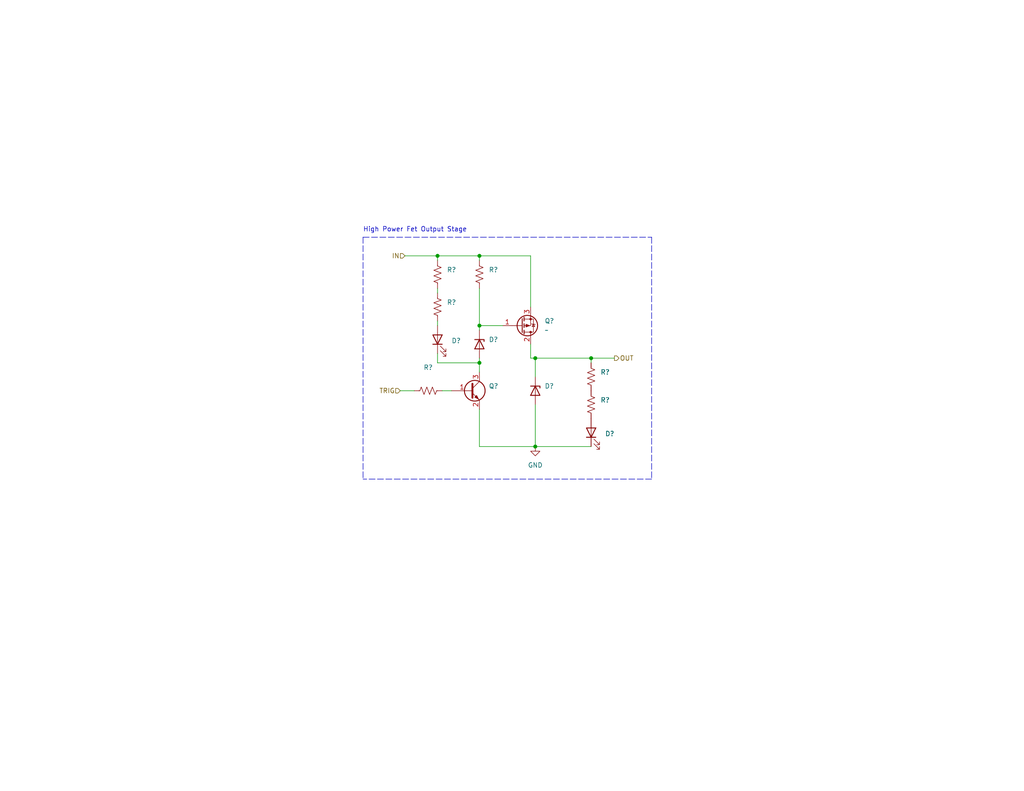
<source format=kicad_sch>
(kicad_sch (version 20211123) (generator eeschema)
  (paper "USLetter")
  (title_block (title "DOM - Fet Output Channel") (date "2022-07-14") (rev "1.0") (company "Missouri S&T Rocket Design Team") (comment 1 "Seth Sievers"))
  (lib_symbols
    (symbol "Device:D_Zener" (pin_numbers hide) (pin_names (offset 1.016) hide)
      (property "Reference" "D" (at 0 2.54 0))
      (property "Value" "D_Zener" (at 0 -2.54 0))
      (symbol "D_Zener_0_1"
        (polyline (pts (xy 1.27 0) (xy -1.27 0)))
        (polyline (pts (xy -1.27 -1.27) (xy -1.27 1.27) (xy -0.762 1.27)) (stroke (width 0.254)))
        (polyline (pts (xy 1.27 -1.27) (xy 1.27 1.27) (xy -1.27 0) (xy 1.27 -1.27)) (stroke (width 0.254)))
      )
      (symbol "D_Zener_1_1"
        (pin passive line (at -3.81 0 0) (length 2.54) (name "K") (number "1"))
        (pin passive line (at 3.81 0 180) (length 2.54) (name "A") (number "2"))
      )
    )
    (symbol "Device:LED" (pin_numbers hide) (pin_names (offset 1.016) hide)
      (property "Reference" "D" (at 0 2.54 0))
      (property "Value" "LED" (at 0 -2.54 0))
      (symbol "LED_0_1"
        (polyline (pts (xy -1.27 -1.27) (xy -1.27 1.27)) (stroke (width 0.254)))
        (polyline (pts (xy -1.27 0) (xy 1.27 0)))
        (polyline (pts (xy 1.27 -1.27) (xy 1.27 1.27) (xy -1.27 0) (xy 1.27 -1.27)) (stroke (width 0.254)))
        (polyline (pts (xy -3.048 -0.762) (xy -4.572 -2.286) (xy -3.81 -2.286) (xy -4.572 -2.286) (xy -4.572 -1.524)))
        (polyline (pts (xy -1.778 -0.762) (xy -3.302 -2.286) (xy -2.54 -2.286) (xy -3.302 -2.286) (xy -3.302 -1.524)))
      )
      (symbol "LED_1_1"
        (pin passive line (at -3.81 0 0) (length 2.54) (name "K") (number "1"))
        (pin passive line (at 3.81 0 180) (length 2.54) (name "A") (number "2"))
      )
    )
    (symbol "Device:R_US" (pin_numbers hide) (pin_names (offset 0))
      (property "Reference" "R" (at 2.54 0 90))
      (property "Value" "R_US" (at -2.54 0 90))
      (symbol "R_US_0_1"
        (polyline (pts (xy 0 -2.286) (xy 0 -2.54)))
        (polyline (pts (xy 0 2.286) (xy 0 2.54)))
        (polyline (pts (xy 0 -0.762) (xy 1.016 -1.143) (xy 0 -1.524) (xy -1.016 -1.905) (xy 0 -2.286)))
        (polyline (pts (xy 0 0.762) (xy 1.016 0.381) (xy 0 0) (xy -1.016 -0.381) (xy 0 -0.762)))
        (polyline (pts (xy 0 2.286) (xy 1.016 1.905) (xy 0 1.524) (xy -1.016 1.143) (xy 0 0.762)))
      )
      (symbol "R_US_1_1"
        (pin passive line (at 0 3.81 270) (length 1.27) (name "~") (number "1"))
        (pin passive line (at 0 -3.81 90) (length 1.27) (name "~") (number "2"))
      )
    )
    (symbol "Transistor_BJT:MMBT3904" (pin_names (offset 0) hide)
      (property "Reference" "Q" (at 5.08 1.905 0))
      (property "Value" "MMBT3904" (at 5.08 0 0))
      (symbol "MMBT3904_0_1"
        (polyline (pts (xy 0.635 0.635) (xy 2.54 2.54)))
        (polyline (pts (xy 0.635 -0.635) (xy 2.54 -2.54) (xy 2.54 -2.54)))
        (polyline (pts (xy 0.635 1.905) (xy 0.635 -1.905) (xy 0.635 -1.905)) (stroke (width 0.508)))
        (polyline (pts (xy 1.27 -1.778) (xy 1.778 -1.27) (xy 2.286 -2.286) (xy 1.27 -1.778) (xy 1.27 -1.778)) (fill (type outline)))
        (circle (center 1.27 0) (radius 2.8194) (stroke (width 0.254)))
      )
      (symbol "MMBT3904_1_1"
        (pin input line (at -5.08 0 0) (length 5.715) (name "B") (number "1"))
        (pin passive line (at 2.54 -5.08 90) (length 2.54) (name "E") (number "2"))
        (pin passive line (at 2.54 5.08 270) (length 2.54) (name "C") (number "3"))
      )
    )
    (symbol "Transistor_FET:IRF9540N" (pin_names hide)
      (property "Reference" "Q" (at 5.08 1.905 0))
      (property "Value" "IRF9540N" (at 5.08 0 0))
      (symbol "IRF9540N_0_1"
        (polyline (pts (xy 0.254 0) (xy -2.54 0)))
        (polyline (pts (xy 0.254 1.905) (xy 0.254 -1.905)) (stroke (width 0.254)))
        (polyline (pts (xy 0.762 -1.27) (xy 0.762 -2.286)) (stroke (width 0.254)))
        (polyline (pts (xy 0.762 0.508) (xy 0.762 -0.508)) (stroke (width 0.254)))
        (polyline (pts (xy 0.762 2.286) (xy 0.762 1.27)) (stroke (width 0.254)))
        (polyline (pts (xy 2.54 2.54) (xy 2.54 1.778)))
        (polyline (pts (xy 2.54 -2.54) (xy 2.54 0) (xy 0.762 0)))
        (polyline (pts (xy 0.762 1.778) (xy 3.302 1.778) (xy 3.302 -1.778) (xy 0.762 -1.778)))
        (polyline (pts (xy 2.286 0) (xy 1.27 0.381) (xy 1.27 -0.381) (xy 2.286 0)) (fill (type outline)))
        (polyline (pts (xy 2.794 -0.508) (xy 2.921 -0.381) (xy 3.683 -0.381) (xy 3.81 -0.254)))
        (polyline (pts (xy 3.302 -0.381) (xy 2.921 0.254) (xy 3.683 0.254) (xy 3.302 -0.381)))
        (circle (center 1.651 0) (radius 2.794) (stroke (width 0.254)))
        (circle (center 2.54 -1.778) (radius 0.254) (fill (type outline)))
        (circle (center 2.54 1.778) (radius 0.254) (fill (type outline)))
      )
      (symbol "IRF9540N_1_1"
        (pin input line (at -5.08 0 0) (length 2.54) (name "G") (number "1"))
        (pin passive line (at 2.54 5.08 270) (length 2.54) (name "D") (number "2"))
        (pin passive line (at 2.54 -5.08 90) (length 2.54) (name "S") (number "3"))
      )
    )
    (symbol "power:GND" (power) (pin_names (offset 0))
      (property "Value" "GND" (at 0 -3.81 0))
      (symbol "GND_0_1"
        (polyline (pts (xy 0 0) (xy 0 -1.27) (xy 1.27 -1.27) (xy 0 -2.54) (xy -1.27 -1.27) (xy 0 -1.27)))
      )
      (symbol "GND_1_1"
        (pin power_in line (at 0 0 270) (length 0) hide (name "GND") (number "1"))
      )
    )
  )
  (junction (at 130.81 69.85))
  (junction (at 130.81 88.9))
  (junction (at 161.29 97.79))
  (junction (at 130.81 99.06))
  (junction (at 119.38 69.85))
  (junction (at 146.05 121.92))
  (junction (at 146.05 97.79))
  (wire (pts (xy 110.49 69.85) (xy 119.38 69.85)))
  (wire (pts (xy 144.78 97.79) (xy 146.05 97.79)))
  (polyline (pts (xy 99.06 64.77) (xy 177.8 64.77)))
  (wire (pts (xy 130.81 88.9) (xy 130.81 90.17)))
  (wire (pts (xy 144.78 93.98) (xy 144.78 97.79)))
  (wire (pts (xy 146.05 97.79) (xy 146.05 102.87)))
  (wire (pts (xy 119.38 87.63) (xy 119.38 88.9)))
  (polyline (pts (xy 177.8 130.81) (xy 99.06 130.81)))
  (wire (pts (xy 161.29 97.79) (xy 161.29 99.06)))
  (wire (pts (xy 161.29 97.79) (xy 167.64 97.79)))
  (wire (pts (xy 119.38 69.85) (xy 119.38 71.12)))
  (wire (pts (xy 130.81 99.06) (xy 130.81 97.79)))
  (wire (pts (xy 144.78 69.85) (xy 144.78 83.82)))
  (wire (pts (xy 130.81 78.74) (xy 130.81 88.9)))
  (wire (pts (xy 130.81 99.06) (xy 130.81 101.6)))
  (wire (pts (xy 119.38 69.85) (xy 130.81 69.85)))
  (wire (pts (xy 130.81 69.85) (xy 144.78 69.85)))
  (wire (pts (xy 137.16 88.9) (xy 130.81 88.9)))
  (wire (pts (xy 130.81 71.12) (xy 130.81 69.85)))
  (polyline (pts (xy 177.8 64.77) (xy 177.8 130.81)))
  (wire (pts (xy 120.65 106.68) (xy 123.19 106.68)))
  (polyline (pts (xy 99.06 64.77) (xy 99.06 130.81)))
  (wire (pts (xy 130.81 111.76) (xy 130.81 121.92)))
  (wire (pts (xy 119.38 96.52) (xy 119.38 99.06)))
  (wire (pts (xy 119.38 99.06) (xy 130.81 99.06)))
  (wire (pts (xy 146.05 97.79) (xy 161.29 97.79)))
  (wire (pts (xy 146.05 121.92) (xy 130.81 121.92)))
  (wire (pts (xy 119.38 78.74) (xy 119.38 80.01)))
  (wire (pts (xy 109.22 106.68) (xy 113.03 106.68)))
  (wire (pts (xy 161.29 121.92) (xy 146.05 121.92)))
  (wire (pts (xy 146.05 110.49) (xy 146.05 121.92)))
  (text "High Power Fet Output Stage\n" (at 99.06 63.5 0) (effects (font (size 1.27 1.27)) (justify left bottom)))
  (hierarchical_label "IN" (shape input) (at 110.49 69.85 180))
  (hierarchical_label "OUT" (shape output) (at 167.64 97.79 0))
  (hierarchical_label "TRIG" (shape input) (at 109.22 106.68 180))
  (symbol (lib_id "Device:R_US") (at 161.29 110.49 0) (unit 1)
    (property "Reference" "R?" (at 163.83 109.2199 0) (effects (justify left)))
  )
  (symbol (lib_id "Device:LED") (at 119.38 92.71 90) (unit 1)
    (property "Reference" "D?" (at 123.19 93.0274 90) (effects (justify right)))
  )
  (symbol (lib_id "Device:R_US") (at 161.29 102.87 0) (unit 1)
    (property "Reference" "R?" (at 163.83 101.5999 0) (effects (justify left)))
  )
  (symbol (lib_id "Transistor_FET:IRF9540N") (at 142.24 88.9 0) (mirror x) (unit 1)
    (property "Reference" "Q?" (at 148.59 87.6299 0) (effects (justify left)))
    (property "Value" "~" (at 148.59 90.1699 0) (effects (justify left)))
    (property "Datasheet" "https://www.infineon.com/dgdl/irf9z24npbf.pdf?fileId=5546d462533600a40153561218961ddb" (effects hide))
    (property "Seller" "https://www.digikey.com/en/products/detail/infineon-technologies/IRF9Z24NPBF/811747" (effects hide))
  )
  (symbol (lib_id "Device:R_US") (at 119.38 74.93 0) (unit 1)
    (property "Reference" "R?" (at 121.92 73.6599 0) (effects (justify left)))
  )
  (symbol (lib_id "Transistor_BJT:MMBT3904") (at 128.27 106.68 0) (unit 1)
    (property "Reference" "Q?" (at 133.35 105.4099 0) (effects (justify left)))
    (property "Datasheet" "https://www.diodes.com/assets/Datasheets/ds30036.pdf" (effects hide))
    (property "Seller" "https://www.digikey.com/en/products/detail/diodes-incorporated/MMBT3904-7-F/814494" (effects hide))
  )
  (symbol (lib_id "Device:LED") (at 161.29 118.11 90) (unit 1)
    (property "Reference" "D?" (at 165.1 118.4274 90) (effects (justify right)))
  )
  (symbol (lib_id "Device:D_Zener") (at 146.05 106.68 270) (unit 1)
    (property "Reference" "D?" (at 148.59 105.4099 90) (effects (justify left)))
    (property "Datasheet" "https://www.we-online.com/katalog/datasheet/824500241.pdf" (effects hide))
    (property "Seller" "https://www.digikey.com/en/products/detail/w%C3%BCrth-elektronik/824500241/5870797" (effects hide))
  )
  (symbol (lib_id "power:GND") (at 146.05 121.92 0) (unit 1)
    (property "Reference" "#PWR?" (effects hide))
    (property "Value" "~" (at 146.05 127 0))
  )
  (symbol (lib_id "Device:R_US") (at 130.81 74.93 0) (unit 1)
    (property "Reference" "R?" (at 133.35 73.6599 0) (effects (justify left)))
  )
  (symbol (lib_id "Device:D_Zener") (at 130.81 93.98 270) (unit 1)
    (property "Reference" "D?" (at 133.35 92.7099 90) (effects (justify left)))
    (property "Datasheet" "https://www.panjit.com.tw/upload/datasheet/BZT52-C2V4_SERIES.pdf" (effects hide))
    (property "Seller" "https://www.digikey.com/en/products/detail/panjit-international-inc/BZT52-C14-R1-00001/15800759" (effects hide))
  )
  (symbol (lib_id "Device:R_US") (at 119.38 83.82 0) (unit 1)
    (property "Reference" "R?" (at 121.92 82.5499 0) (effects (justify left)))
  )
  (symbol (lib_id "Device:R_US") (at 116.84 106.68 270) (unit 1)
    (property "Reference" "R?" (at 116.84 100.33 90))
  )
)
</source>
